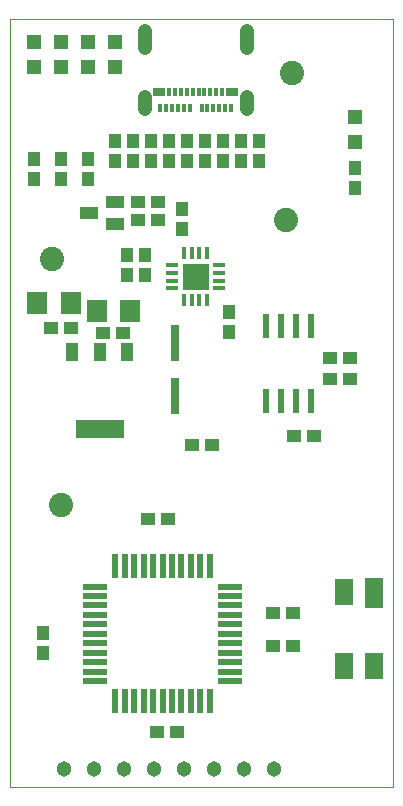
<source format=gts>
G75*
%MOIN*%
%OFA0B0*%
%FSLAX25Y25*%
%IPPOS*%
%LPD*%
%AMOC8*
5,1,8,0,0,1.08239X$1,22.5*
%
%ADD10C,0.00000*%
%ADD11R,0.05124X0.05124*%
%ADD12R,0.04337X0.04731*%
%ADD13R,0.04731X0.04337*%
%ADD14R,0.02959X0.12211*%
%ADD15R,0.06699X0.07487*%
%ADD16R,0.01581X0.03156*%
%ADD17R,0.04337X0.03156*%
%ADD18C,0.04731*%
%ADD19C,0.08077*%
%ADD20R,0.01975X0.07880*%
%ADD21R,0.07880X0.01975*%
%ADD22R,0.01778X0.03943*%
%ADD23R,0.08668X0.08668*%
%ADD24R,0.03943X0.01778*%
%ADD25R,0.02369X0.08274*%
%ADD26R,0.16148X0.06306*%
%ADD27R,0.04337X0.06306*%
%ADD28R,0.05912X0.04337*%
%ADD29R,0.05912X0.09061*%
%ADD30R,0.05912X0.09849*%
%ADD31C,0.05124*%
D10*
X0001300Y0001500D02*
X0001300Y0257500D01*
X0129221Y0257500D01*
X0129221Y0001500D01*
X0001300Y0001500D01*
D11*
X0116300Y0216366D03*
X0116300Y0224634D03*
X0036300Y0241366D03*
X0036300Y0249634D03*
X0027300Y0249634D03*
X0027300Y0241366D03*
X0018300Y0241366D03*
X0018300Y0249634D03*
X0009300Y0249634D03*
X0009300Y0241366D03*
D12*
X0009300Y0210846D03*
X0009300Y0204154D03*
X0018300Y0204154D03*
X0018300Y0210846D03*
X0027300Y0210846D03*
X0027300Y0204154D03*
X0036300Y0210154D03*
X0036300Y0216846D03*
X0042300Y0216846D03*
X0042300Y0210154D03*
X0048300Y0210154D03*
X0048300Y0216846D03*
X0054300Y0216846D03*
X0054300Y0210154D03*
X0060300Y0210154D03*
X0060300Y0216846D03*
X0066300Y0216846D03*
X0066300Y0210154D03*
X0072300Y0210154D03*
X0072300Y0216846D03*
X0078300Y0216846D03*
X0078300Y0210154D03*
X0084300Y0210154D03*
X0084300Y0216846D03*
X0058600Y0194146D03*
X0058600Y0187454D03*
X0046300Y0178846D03*
X0046300Y0172154D03*
X0040300Y0172154D03*
X0040300Y0178846D03*
X0074300Y0159846D03*
X0074300Y0153154D03*
X0116300Y0201154D03*
X0116300Y0207846D03*
X0012300Y0052746D03*
X0012300Y0046054D03*
D13*
X0047354Y0090900D03*
X0054046Y0090900D03*
X0061954Y0115500D03*
X0068646Y0115500D03*
X0095954Y0118500D03*
X0102646Y0118500D03*
X0107954Y0137500D03*
X0107954Y0144500D03*
X0114646Y0144500D03*
X0114646Y0137500D03*
X0095646Y0059500D03*
X0095646Y0048500D03*
X0088954Y0048500D03*
X0088954Y0059500D03*
X0057246Y0019800D03*
X0050554Y0019800D03*
X0039146Y0152700D03*
X0032454Y0152700D03*
X0021646Y0154500D03*
X0014954Y0154500D03*
X0043954Y0190500D03*
X0043954Y0196500D03*
X0050646Y0196500D03*
X0050646Y0190500D03*
D14*
X0056300Y0149358D03*
X0056300Y0131642D03*
D15*
X0041312Y0160200D03*
X0030288Y0160200D03*
X0021612Y0162600D03*
X0010588Y0162600D03*
D16*
X0051489Y0227886D03*
X0053457Y0227886D03*
X0055426Y0227886D03*
X0057394Y0227886D03*
X0059363Y0227886D03*
X0061331Y0227886D03*
X0060347Y0233004D03*
X0062316Y0233004D03*
X0064284Y0233004D03*
X0066253Y0233004D03*
X0068221Y0233004D03*
X0070190Y0233004D03*
X0072158Y0233004D03*
X0071174Y0227886D03*
X0069206Y0227886D03*
X0067237Y0227886D03*
X0065269Y0227886D03*
X0058379Y0233004D03*
X0056410Y0233004D03*
X0054442Y0233004D03*
X0073143Y0227886D03*
X0075111Y0227886D03*
D17*
X0075505Y0233004D03*
X0051095Y0233004D03*
D18*
X0046292Y0231469D02*
X0046292Y0227531D01*
X0046292Y0231469D02*
X0046292Y0231469D01*
X0046292Y0227531D01*
X0046292Y0227531D01*
X0046292Y0247649D02*
X0046292Y0253555D01*
X0046292Y0253555D01*
X0046292Y0247649D01*
X0046292Y0247649D01*
X0046292Y0252379D02*
X0046292Y0252379D01*
X0080308Y0253555D02*
X0080308Y0247649D01*
X0080308Y0253555D02*
X0080308Y0253555D01*
X0080308Y0247649D01*
X0080308Y0247649D01*
X0080308Y0252379D02*
X0080308Y0252379D01*
X0080308Y0231469D02*
X0080308Y0227531D01*
X0080308Y0231469D02*
X0080308Y0231469D01*
X0080308Y0227531D01*
X0080308Y0227531D01*
D19*
X0095300Y0239500D03*
X0093300Y0190500D03*
X0018300Y0095500D03*
X0015300Y0177500D03*
D20*
X0036552Y0074941D03*
X0039702Y0074941D03*
X0042851Y0074941D03*
X0046001Y0074941D03*
X0049150Y0074941D03*
X0052300Y0074941D03*
X0055450Y0074941D03*
X0058599Y0074941D03*
X0061749Y0074941D03*
X0064898Y0074941D03*
X0068048Y0074941D03*
X0068048Y0030059D03*
X0064898Y0030059D03*
X0061749Y0030059D03*
X0058599Y0030059D03*
X0055450Y0030059D03*
X0052300Y0030059D03*
X0049150Y0030059D03*
X0046001Y0030059D03*
X0042851Y0030059D03*
X0039702Y0030059D03*
X0036552Y0030059D03*
D21*
X0029859Y0036752D03*
X0029859Y0039902D03*
X0029859Y0043051D03*
X0029859Y0046201D03*
X0029859Y0049350D03*
X0029859Y0052500D03*
X0029859Y0055650D03*
X0029859Y0058799D03*
X0029859Y0061949D03*
X0029859Y0065098D03*
X0029859Y0068248D03*
X0074741Y0068248D03*
X0074741Y0065098D03*
X0074741Y0061949D03*
X0074741Y0058799D03*
X0074741Y0055650D03*
X0074741Y0052500D03*
X0074741Y0049350D03*
X0074741Y0046201D03*
X0074741Y0043051D03*
X0074741Y0039902D03*
X0074741Y0036752D03*
D22*
X0067139Y0163626D03*
X0064580Y0163626D03*
X0062020Y0163626D03*
X0059461Y0163626D03*
X0059461Y0179374D03*
X0062020Y0179374D03*
X0064580Y0179374D03*
X0067139Y0179374D03*
D23*
X0063300Y0171500D03*
D24*
X0055426Y0170220D03*
X0055426Y0167661D03*
X0055426Y0172780D03*
X0055426Y0175339D03*
X0071174Y0175339D03*
X0071174Y0172780D03*
X0071174Y0170220D03*
X0071174Y0167661D03*
D25*
X0086800Y0155039D03*
X0091800Y0155039D03*
X0096800Y0155039D03*
X0101800Y0155039D03*
X0101800Y0129961D03*
X0096800Y0129961D03*
X0091800Y0129961D03*
X0086800Y0129961D03*
D26*
X0031300Y0120705D03*
D27*
X0031300Y0146295D03*
X0022245Y0146295D03*
X0040355Y0146295D03*
D28*
X0036531Y0188960D03*
X0036531Y0196440D03*
X0027869Y0192700D03*
D29*
X0112800Y0066502D03*
X0112800Y0041698D03*
X0122800Y0041698D03*
D30*
X0122800Y0066108D03*
D31*
X0089300Y0007500D03*
X0079300Y0007500D03*
X0069300Y0007500D03*
X0059300Y0007500D03*
X0049300Y0007500D03*
X0039300Y0007500D03*
X0029300Y0007500D03*
X0019300Y0007500D03*
M02*

</source>
